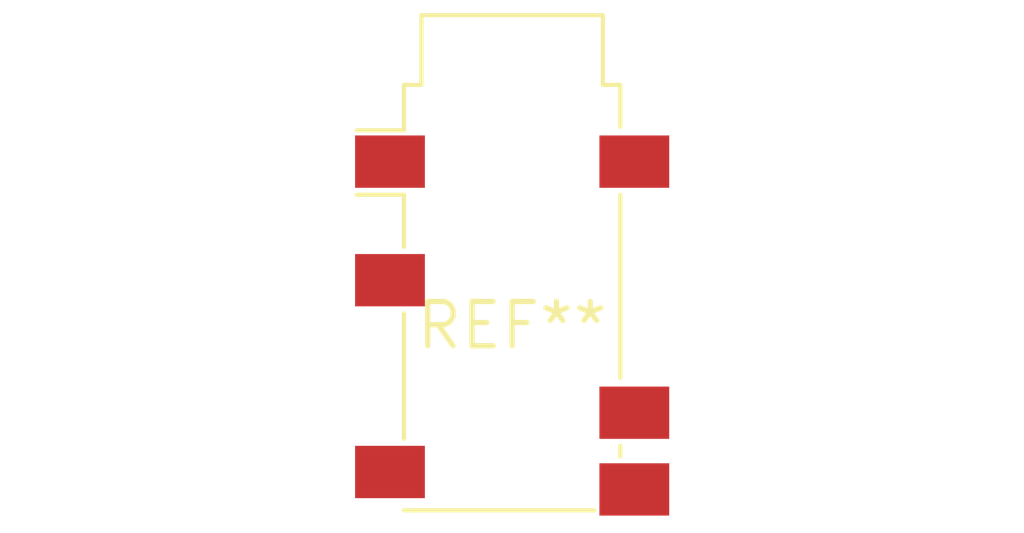
<source format=kicad_pcb>
(kicad_pcb (version 20240108) (generator pcbnew)
  (layers (0 "F.Cu" signal) (31 "B.Cu" signal) (34 "B.Paste" user) (35 "F.Paste" user) (36 "B.SilkS" user "B.Silkscreen") (37 "F.SilkS" user "F.Silkscreen") (38 "B.Mask" user) (39 "F.Mask" user) (44 "Edge.Cuts" user))
  (net 0 "")
  (footprint "Jack_3.5mm_PJ311_Horizontal" (layer "F.Cu") (at 0 0)
    (property "Reference" "REF**")
    (property "Value" "Jack_3.5mm_PJ311_Horizontal")
    (fp_line (start -3.1 -6.9) (end -2.6 -6.9) (layer "F.SilkS") (stroke (width 0.12)))
    (fp_line (start -3.1 -5.6) (end -4.45 -5.6) (layer "F.SilkS") (stroke (width 0.12)))
    (fp_line (start -3.1 -5.6) (end -3.1 -6.9) (layer "F.SilkS") (stroke (width 0.12)))
    (fp_line (start -3.1 -3.75) (end -4.45 -3.75) (layer "F.SilkS") (stroke (width 0.12)))
    (fp_line (start -3.1 -2.25) (end -3.1 -3.75) (layer "F.SilkS") (stroke (width 0.12)))
    (fp_line (start -3.1 3.25) (end -3.1 -0.35) (layer "F.SilkS") (stroke (width 0.12)))
    (fp_line (start -2.6 -8.9) (end 2.6 -8.9) (layer "F.SilkS") (stroke (width 0.12)))
    (fp_line (start -2.6 -6.9) (end -2.6 -8.9) (layer "F.SilkS") (stroke (width 0.12)))
    (fp_line (start 2.35 5.3) (end -3.1 5.3) (layer "F.SilkS") (stroke (width 0.12)))
    (fp_line (start 2.6 -8.9) (end 2.6 -6.9) (layer "F.SilkS") (stroke (width 0.12)))
    (fp_line (start 2.6 -6.9) (end 3.1 -6.9) (layer "F.SilkS") (stroke (width 0.12)))
    (fp_line (start 3.1 -6.9) (end 3.1 -5.7) (layer "F.SilkS") (stroke (width 0.12)))
    (fp_line (start 3.1 -3.75) (end 3.1 1.5) (layer "F.SilkS") (stroke (width 0.12)))
    (fp_line (start 3.1 3.45) (end 3.1 3.75) (layer "F.SilkS") (stroke (width 0.12)))
    (pad "" np_thru_hole circle (at 0 -4.3) (size 1.5 1.5) (drill 1.5) (layers *.Cu *.Mask))
    (pad "" np_thru_hole circle (at 0 2.7) (size 1.5 1.5) (drill 1.5) (layers *.Cu *.Mask))
    (pad "1" smd rect (at -3.5 -4.7) (size 2 1.5) (layers "F.Cu" "F.Paste" "F.Mask"))
    (pad "2" smd rect (at 3.5 -4.7) (size 2 1.5) (layers "F.Cu" "F.Paste" "F.Mask"))
    (pad "3" smd rect (at -3.5 -1.3) (size 2 1.5) (layers "F.Cu" "F.Paste" "F.Mask"))
    (pad "4" smd rect (at 3.5 2.5) (size 2 1.5) (layers "F.Cu" "F.Paste" "F.Mask"))
    (pad "5" smd rect (at 3.5 4.7) (size 2 1.5) (layers "F.Cu" "F.Paste" "F.Mask"))
    (pad "6" smd rect (at -3.5 4.2) (size 2 1.5) (layers "F.Cu" "F.Paste" "F.Mask"))
  )
)
</source>
